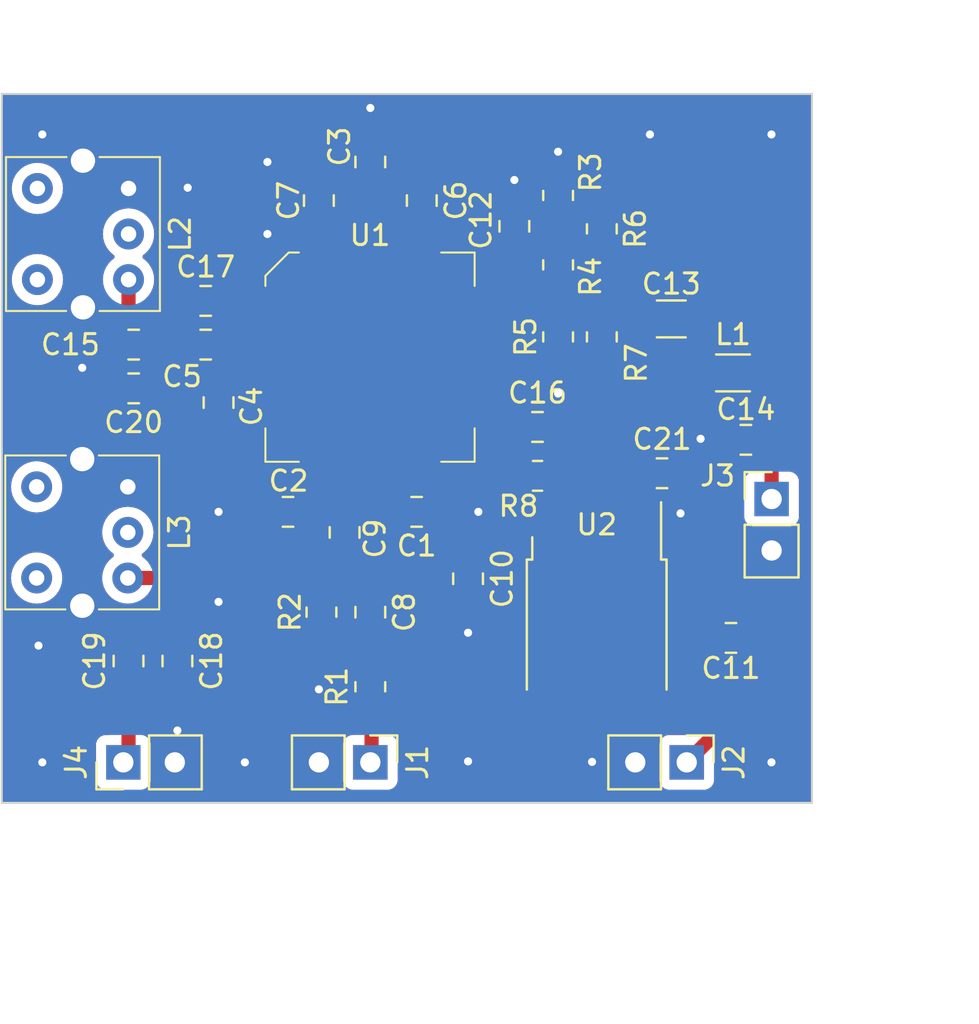
<source format=kicad_pcb>
(kicad_pcb (version 20221018) (generator pcbnew)
  (layers (0 "F.Cu" signal) (31 "B.Cu" signal) (34 "B.Paste" user) (35 "F.Paste" user) (36 "B.SilkS" user "B.Silkscreen") (37 "F.SilkS" user "F.Silkscreen") (38 "B.Mask" user) (39 "F.Mask" user) (44 "Edge.Cuts" user))
  (net 0 "")
  (net 1 "Earth")
  (net 2 "+9V")
  (net 3 "Net-(U1-RFN)")
  (net 4 "Net-(U1-RFP)")
  (net 5 "Net-(C15-Pad2)")
  (net 6 "Net-(U1-AP)")
  (net 7 "Net-(U1-AN)")
  (net 8 "Net-(C8-Pad1)")
  (net 9 "Net-(U1-LOP)")
  (net 10 "Net-(U1-LON)")
  (net 11 "Net-(J2-Pin_1)")
  (net 12 "Net-(U1-COM)")
  (net 13 "Net-(C13-Pad1)")
  (net 14 "Net-(C13-Pad2)")
  (net 15 "Net-(J3-Pin_1)")
  (net 16 "Net-(C15-Pad1)")
  (net 17 "Net-(J1-In)")
  (net 18 "Net-(J4-In)")
  (net 19 "Net-(U1-VFB)")
  (net 20 "Net-(U1-OUT)")
  (net 21 "Net-(U1-BIAS)")
  (net 22 "Net-(C18-Pad1)")
  (footprint "Capacitor_SMD:C_0805_2012Metric" (layer "F.Cu") (at 160.02 106.934 -90)
    (fp_text reference "C10" (at 0 -1.68 90) (layer "F.SilkS"))
    (fp_text value "105")
    (fp_line (start -0.261252 -0.735) (end 0.261252 -0.735) (stroke (width 0.12)) (layer "F.SilkS"))
    (fp_line (start -0.261252 0.735) (end 0.261252 0.735) (stroke (width 0.12)) (layer "F.SilkS"))
    (pad "1" smd roundrect (at -0.95 0 270) (size 1 1.45) (layers "F.Cu" "F.Paste" "F.Mask") (net 2 "+9V"))
    (pad "2" smd roundrect (at 0.95 0 270) (size 1 1.45) (layers "F.Cu" "F.Paste" "F.Mask") (net 1 "Earth"))
  )
  (footprint "Resistor_SMD:R_0805_2012Metric" (layer "F.Cu") (at 166.624 89.662 -90)
    (fp_text reference "R6" (at 0 -1.65 90) (layer "F.SilkS"))
    (fp_text value "472")
    (fp_line (start -0.227064 -0.735) (end 0.227064 -0.735) (stroke (width 0.12)) (layer "F.SilkS"))
    (fp_line (start -0.227064 0.735) (end 0.227064 0.735) (stroke (width 0.12)) (layer "F.SilkS"))
    (pad "1" smd roundrect (at -0.9125 0 270) (size 1.025 1.4) (layers "F.Cu" "F.Paste" "F.Mask") (roundrect_rratio 0.243902439) (net 2 "+9V"))
    (pad "2" smd roundrect (at 0.9125 0 270) (size 1.025 1.4) (layers "F.Cu" "F.Paste" "F.Mask") (roundrect_rratio 0.243902439) (net 12 "Net-(U1-COM)"))
  )
  (footprint "Capacitor_SMD:C_0805_2012Metric" (layer "F.Cu") (at 147.701 98.237 -90)
    (fp_text reference "C4" (at 0.188 -1.6256 90) (layer "F.SilkS"))
    (fp_text value "104")
    (fp_line (start -0.261252 -0.735) (end 0.261252 -0.735) (stroke (width 0.12)) (layer "F.SilkS"))
    (fp_line (start -0.261252 0.735) (end 0.261252 0.735) (stroke (width 0.12)) (layer "F.SilkS"))
    (pad "1" smd roundrect (at -0.95 0 270) (size 1 1.45) (layers "F.Cu" "F.Paste" "F.Mask") (net 3 "Net-(U1-RFN)"))
    (pad "2" smd roundrect (at 0.95 0 270) (size 1 1.45) (layers "F.Cu" "F.Paste" "F.Mask") (net 1 "Earth"))
  )
  (footprint "Capacitor_SMD:C_0805_2012Metric" (layer "F.Cu") (at 152.654 88.265 -90)
    (fp_text reference "C7" (at 0 1.4986 90) (layer "F.SilkS"))
    (fp_text value "104")
    (fp_line (start -0.261252 -0.735) (end 0.261252 -0.735) (stroke (width 0.12)) (layer "F.SilkS"))
    (fp_line (start -0.261252 0.735) (end 0.261252 0.735) (stroke (width 0.12)) (layer "F.SilkS"))
    (pad "1" smd roundrect (at -0.95 0 270) (size 1 1.45) (layers "F.Cu" "F.Paste" "F.Mask") (net 2 "+9V"))
    (pad "2" smd roundrect (at 0.95 0 270) (size 1 1.45) (layers "F.Cu" "F.Paste" "F.Mask") (net 7 "Net-(U1-AN)"))
  )
  (footprint "Capacitor_SMD:C_0805_2012Metric" (layer "F.Cu") (at 157.734 88.265 -90)
    (fp_text reference "C6" (at 0 -1.68 90) (layer "F.SilkS"))
    (fp_text value "104")
    (fp_line (start -0.261252 -0.735) (end 0.261252 -0.735) (stroke (width 0.12)) (layer "F.SilkS"))
    (fp_line (start -0.261252 0.735) (end 0.261252 0.735) (stroke (width 0.12)) (layer "F.SilkS"))
    (pad "1" smd roundrect (at -0.95 0 270) (size 1 1.45) (layers "F.Cu" "F.Paste" "F.Mask") (net 2 "+9V"))
    (pad "2" smd roundrect (at 0.95 0 270) (size 1 1.45) (layers "F.Cu" "F.Paste" "F.Mask") (net 6 "Net-(U1-AP)"))
  )
  (footprint "Resistor_SMD:R_0805_2012Metric" (layer "F.Cu") (at 164.465 94.996 -90)
    (fp_text reference "R5" (at 0 1.6002 90) (layer "F.SilkS"))
    (fp_text value "111")
    (fp_line (start -0.227064 -0.735) (end 0.227064 -0.735) (stroke (width 0.12)) (layer "F.SilkS"))
    (fp_line (start -0.227064 0.735) (end 0.227064 0.735) (stroke (width 0.12)) (layer "F.SilkS"))
    (pad "1" smd roundrect (at -0.9125 0 270) (size 1.025 1.4) (layers "F.Cu" "F.Paste" "F.Mask") (roundrect_rratio 0.243902439) (net 19 "Net-(U1-VFB)"))
    (pad "2" smd roundrect (at 0.9125 0 270) (size 1.025 1.4) (layers "F.Cu" "F.Paste" "F.Mask") (roundrect_rratio 0.243902439) (net 20 "Net-(U1-OUT)"))
  )
  (footprint "Capacitor_SMD:C_0805_2012Metric" (layer "F.Cu") (at 151.13 103.632)
    (fp_text reference "C2" (at 0.0254 -1.524) (layer "F.SilkS"))
    (fp_text value "104")
    (fp_line (start -0.261252 -0.735) (end 0.261252 -0.735) (stroke (width 0.12)) (layer "F.SilkS"))
    (fp_line (start -0.261252 0.735) (end 0.261252 0.735) (stroke (width 0.12)) (layer "F.SilkS"))
    (pad "1" smd roundrect (at -0.95 0) (size 1 1.45) (layers "F.Cu" "F.Paste" "F.Mask") (net 1 "Earth"))
    (pad "2" smd roundrect (at 0.95 0) (size 1 1.45) (layers "F.Cu" "F.Paste" "F.Mask") (net 2 "+9V"))
  )
  (footprint "Inductor_SMD:L_1206_3216Metric" (layer "F.Cu") (at 173.101 96.774)
    (fp_text reference "L1" (at 0 -1.9) (layer "F.SilkS"))
    (fp_text value "L_Ferrite")
    (fp_line (start -0.835242 -0.91) (end 0.835242 -0.91) (stroke (width 0.12)) (layer "F.SilkS"))
    (fp_line (start -0.835242 0.91) (end 0.835242 0.91) (stroke (width 0.12)) (layer "F.SilkS"))
    (pad "1" smd roundrect (at -1.575 0) (size 1.05 1.9) (layers "F.Cu" "F.Paste" "F.Mask") (roundrect_rratio 0.2380952381) (net 13 "Net-(C13-Pad1)"))
    (pad "2" smd roundrect (at 1.575 0) (size 1.05 1.9) (layers "F.Cu" "F.Paste" "F.Mask") (roundrect_rratio 0.2380952381) (net 15 "Net-(J3-Pin_1)"))
  )
  (footprint "Package_TO_SOT_SMD:TO-252-2" (layer "F.Cu") (at 166.37 109.298 -90)
    (fp_text reference "U2" (at -5.031 0 -180) (layer "F.SilkS"))
    (fp_text value "LM78M05_TO252")
    (fp_line (start -3.31 -3.45) (end -3.31 -3.18) (stroke (width 0.12)) (layer "F.SilkS"))
    (fp_line (start -3.31 -3.18) (end -6.14 -3.18) (stroke (width 0.12)) (layer "F.SilkS"))
    (fp_line (start -3.31 3.18) (end -4.41 3.18) (stroke (width 0.12)) (layer "F.SilkS"))
    (fp_line (start -3.31 3.45) (end -3.31 3.18) (stroke (width 0.12)) (layer "F.SilkS"))
    (fp_line (start 3.11 -3.45) (end -3.31 -3.45) (stroke (width 0.12)) (layer "F.SilkS"))
    (fp_line (start 3.11 3.45) (end -3.31 3.45) (stroke (width 0.12)) (layer "F.SilkS"))
    (pad "1" smd roundrect (at -5.04 -2.28 270) (size 2.2 1.2) (layers "F.Cu" "F.Paste" "F.Mask") (roundrect_rratio 0.2083333333) (net 11 "Net-(J2-Pin_1)"))
    (pad "2" smd roundrect (at -0.415 -1.525 270) (size 3.05 2.75) (layers "F.Cu" "F.Paste") (roundrect_rratio 0.09090909091) (net 1 "Earth"))
    (pad "2" smd roundrect (at -0.415 1.525 270) (size 3.05 2.75) (layers "F.Cu" "F.Paste") (roundrect_rratio 0.09090909091) (net 1 "Earth"))
    (pad "2" smd roundrect (at 1.26 0 270) (size 6.4 5.8) (layers "F.Cu" "F.Mask") (roundrect_rratio 0.04310293103) (net 1 "Earth"))
    (pad "2" smd roundrect (at 2.935 -1.525 270) (size 3.05 2.75) (layers "F.Cu" "F.Paste") (roundrect_rratio 0.09090909091) (net 1 "Earth"))
    (pad "2" smd roundrect (at 2.935 1.525 270) (size 3.05 2.75) (layers "F.Cu" "F.Paste") (roundrect_rratio 0.09090909091) (net 1 "Earth"))
    (pad "3" smd roundrect (at -5.04 2.28 270) (size 2.2 1.2) (layers "F.Cu" "F.Paste" "F.Mask") (roundrect_rratio 0.2083333333) (net 2 "+9V"))
  )
  (footprint "Connector_PinHeader_2.54mm:PinHeader_1x02_P2.54mm_Vertical" (layer "F.Cu") (at 175.006 103)
    (fp_text reference "J3" (at -2.667 -1.146) (layer "F.SilkS"))
    (fp_text value "Conn_01x02")
    (fp_line (start -1.33 -1.33) (end 0 -1.33) (stroke (width 0.12)) (layer "F.SilkS"))
    (fp_line (start -1.33 0) (end -1.33 -1.33) (stroke (width 0.12)) (layer "F.SilkS"))
    (fp_line (start -1.33 1.27) (end -1.33 3.87) (stroke (width 0.12)) (layer "F.SilkS"))
    (fp_line (start -1.33 1.27) (end 1.33 1.27) (stroke (width 0.12)) (layer "F.SilkS"))
    (fp_line (start -1.33 3.87) (end 1.33 3.87) (stroke (width 0.12)) (layer "F.SilkS"))
    (fp_line (start 1.33 1.27) (end 1.33 3.87) (stroke (width 0.12)) (layer "F.SilkS"))
    (pad "1" thru_hole rect (at 0 0) (size 1.7 1.7) (drill 1) (layers "*.Cu" "*.Mask") (net 15 "Net-(J3-Pin_1)"))
    (pad "2" thru_hole oval (at 0 2.54) (size 1.7 1.7) (drill 1) (layers "*.Cu" "*.Mask") (net 1 "Earth"))
  )
  (footprint "Connector_PinHeader_2.54mm:PinHeader_1x02_P2.54mm_Vertical" (layer "F.Cu") (at 143 116 90)
    (fp_text reference "J4" (at 0 -2.33 90) (layer "F.SilkS"))
    (fp_text value "Conn_Coaxial")
    (fp_line (start -1.33 -1.33) (end 0 -1.33) (stroke (width 0.12)) (layer "F.SilkS"))
    (fp_line (start -1.33 0) (end -1.33 -1.33) (stroke (width 0.12)) (layer "F.SilkS"))
    (fp_line (start -1.33 1.27) (end -1.33 3.87) (stroke (width 0.12)) (layer "F.SilkS"))
    (fp_line (start -1.33 1.27) (end 1.33 1.27) (stroke (width 0.12)) (layer "F.SilkS"))
    (fp_line (start -1.33 3.87) (end 1.33 3.87) (stroke (width 0.12)) (layer "F.SilkS"))
    (fp_line (start 1.33 1.27) (end 1.33 3.87) (stroke (width 0.12)) (layer "F.SilkS"))
    (pad "1" thru_hole rect (at 0 0 90) (size 1.7 1.7) (drill 1) (layers "*.Cu" "*.Mask") (net 18 "Net-(J4-In)"))
    (pad "2" thru_hole oval (at 0 2.54 90) (size 1.7 1.7) (drill 1) (layers "*.Cu" "*.Mask") (net 1 "Earth"))
  )
  (footprint "Capacitor_SMD:C_0805_2012Metric" (layer "F.Cu") (at 145.669 110.998 -90)
    (fp_text reference "C18" (at 0 -1.68 90) (layer "F.SilkS"))
    (fp_text value "820")
    (fp_line (start -0.261252 -0.735) (end 0.261252 -0.735) (stroke (width 0.12)) (layer "F.SilkS"))
    (fp_line (start -0.261252 0.735) (end 0.261252 0.735) (stroke (width 0.12)) (layer "F.SilkS"))
    (pad "1" smd roundrect (at -0.95 0 270) (size 1 1.45) (layers "F.Cu" "F.Paste" "F.Mask") (net 22 "Net-(C18-Pad1)"))
    (pad "2" smd roundrect (at 0.95 0 270) (size 1 1.45) (layers "F.Cu" "F.Paste" "F.Mask") (net 18 "Net-(J4-In)"))
  )
  (footprint "PhilsFootprintLibrary:L_Coilcraft_Slot7_15" (layer "F.Cu") (at 141.006 89.916 -90)
    (fp_text reference "L2" (at 0 -4.8 90) (layer "F.SilkS"))
    (fp_text value "L_Core_Ferrite_Coupled_12345")
    (fp_line (start -3.8 -3.8) (end 3.8 -3.8) (stroke (width 0.1)) (layer "F.SilkS"))
    (fp_line (start -3.8 -0.82) (end -3.8 -3.8) (stroke (width 0.1)) (layer "F.SilkS"))
    (fp_line (start -3.8 3.8) (end -3.8 0.81) (stroke (width 0.1)) (layer "F.SilkS"))
    (fp_line (start 3.8 -3.8) (end 3.8 -0.82) (stroke (width 0.1)) (layer "F.SilkS"))
    (fp_line (start 3.8 0.83) (end 3.8 3.8) (stroke (width 0.1)) (layer "F.SilkS"))
    (fp_line (start 3.8 3.8) (end -3.8 3.8) (stroke (width 0.1)) (layer "F.SilkS"))
    (pad "1" thru_hole circle (at 2.25 -2.25 270) (size 1.524 1.524) (drill 0.762) (layers "*.Cu" "*.Mask") (net 16 "Net-(C15-Pad1)"))
    (pad "2" thru_hole circle (at 0 -2.25 270) (size 1.524 1.524) (drill 0.762) (layers "*.Cu" "*.Mask"))
    (pad "3" thru_hole circle (at -2.25 -2.25 270) (size 1.524 1.524) (drill 0.762) (layers "*.Cu" "*.Mask") (net 1 "Earth"))
    (pad "4" thru_hole circle (at -2.25 2.25 270) (size 1.524 1.524) (drill 0.762) (layers "*.Cu" "*.Mask"))
    (pad "5" thru_hole circle (at 2.25 2.25 270) (size 1.524 1.524) (drill 0.762) (layers "*.Cu" "*.Mask"))
    (pad "MP" thru_hole circle (at -3.62 0 270) (size 1.524 1.524) (drill 1.2) (layers "*.Cu" "*.Mask") (net 1 "Earth"))
    (pad "MP" thru_hole circle (at 3.62 0 270) (size 1.524 1.524) (drill 1.2) (layers "*.Cu" "*.Mask") (net 1 "Earth"))
  )
  (footprint "Capacitor_SMD:C_0805_2012Metric" (layer "F.Cu") (at 155.194 108.585 90)
    (fp_text reference "C8" (at 0 1.6764 90) (layer "F.SilkS"))
    (fp_text value "104")
    (fp_line (start -0.261252 -0.735) (end 0.261252 -0.735) (stroke (width 0.12)) (layer "F.SilkS"))
    (fp_line (start -0.261252 0.735) (end 0.261252 0.735) (stroke (width 0.12)) (layer "F.SilkS"))
    (pad "1" smd roundrect (at -0.95 0 90) (size 1 1.45) (layers "F.Cu" "F.Paste" "F.Mask") (net 8 "Net-(C8-Pad1)"))
    (pad "2" smd roundrect (at 0.95 0 90) (size 1 1.45) (layers "F.Cu" "F.Paste" "F.Mask") (net 9 "Net-(U1-LOP)"))
  )
  (footprint "Connector_PinHeader_2.54mm:PinHeader_1x02_P2.54mm_Vertical" (layer "F.Cu") (at 170.815 116 -90)
    (fp_text reference "J2" (at 0 -2.33 90) (layer "F.SilkS"))
    (fp_text value "Conn_01x02")
    (fp_line (start -1.33 -1.33) (end 0 -1.33) (stroke (width 0.12)) (layer "F.SilkS"))
    (fp_line (start -1.33 0) (end -1.33 -1.33) (stroke (width 0.12)) (layer "F.SilkS"))
    (fp_line (start -1.33 1.27) (end -1.33 3.87) (stroke (width 0.12)) (layer "F.SilkS"))
    (fp_line (start -1.33 1.27) (end 1.33 1.27) (stroke (width 0.12)) (layer "F.SilkS"))
    (fp_line (start -1.33 3.87) (end 1.33 3.87) (stroke (width 0.12)) (layer "F.SilkS"))
    (fp_line (start 1.33 1.27) (end 1.33 3.87) (stroke (width 0.12)) (layer "F.SilkS"))
    (pad "1" thru_hole rect (at 0 0 270) (size 1.7 1.7) (drill 1) (layers "*.Cu" "*.Mask") (net 11 "Net-(J2-Pin_1)"))
    (pad "2" thru_hole oval (at 0 2.54 270) (size 1.7 1.7) (drill 1) (layers "*.Cu" "*.Mask") (net 1 "Earth"))
  )
  (footprint "Package_LCC:PLCC-20" (layer "F.Cu") (at 155.179 95.994)
    (fp_text reference "U1" (at 0 -6.015) (layer "F.SilkS"))
    (fp_text value "AD831AP")
    (fp_line (start -5.165 -4.015) (end -5.165 -3.515) (stroke (width 0.1)) (layer "F.SilkS"))
    (fp_line (start -5.165 5.165) (end -5.165 3.515) (stroke (width 0.1)) (layer "F.SilkS"))
    (fp_line (start -4.015 -5.165) (end -5.165 -4.015) (stroke (width 0.1)) (layer "F.SilkS"))
    (fp_line (start -3.515 -5.165) (end -4.015 -5.165) (stroke (width 0.1)) (layer "F.SilkS"))
    (fp_line (start -3.515 5.165) (end -5.165 5.165) (stroke (width 0.1)) (layer "F.SilkS"))
    (fp_line (start 3.515 -5.165) (end 5.165 -5.165) (stroke (width 0.1)) (layer "F.SilkS"))
    (fp_line (start 3.515 5.165) (end 5.165 5.165) (stroke (width 0.1)) (layer "F.SilkS"))
    (fp_line (start 5.165 -5.165) (end 5.165 -3.515) (stroke (width 0.1)) (layer "F.SilkS"))
    (fp_line (start 5.165 5.165) (end 5.165 3.515) (stroke (width 0.1)) (layer "F.SilkS"))
    (pad "1" smd rect (at 0 -4.0525) (size 0.7 1.925) (layers "F.Cu" "F.Paste" "F.Mask") (net 2 "+9V"))
    (pad "2" smd rect (at -1.27 -4.0525) (size 0.7 1.925) (layers "F.Cu" "F.Paste" "F.Mask") (net 7 "Net-(U1-AN)"))
    (pad "3" smd rect (at -2.54 -4.0525) (size 0.7 1.925) (layers "F.Cu" "F.Paste" "F.Mask") (net 7 "Net-(U1-AN)"))
    (pad "4" smd rect (at -4.0525 -2.54) (size 1.925 0.7) (layers "F.Cu" "F.Paste" "F.Mask") (net 1 "Earth"))
    (pad "5" smd rect (at -4.0525 -1.27) (size 1.925 0.7) (layers "F.Cu" "F.Paste" "F.Mask") (net 1 "Earth"))
    (pad "6" smd rect (at -4.0525 0) (size 1.925 0.7) (layers "F.Cu" "F.Paste" "F.Mask") (net 4 "Net-(U1-RFP)"))
    (pad "7" smd rect (at -4.0525 1.27) (size 1.925 0.7) (layers "F.Cu" "F.Paste" "F.Mask") (net 3 "Net-(U1-RFN)"))
    (pad "8" smd rect (at -4.0525 2.54) (size 1.925 0.7) (layers "F.Cu" "F.Paste" "F.Mask") (net 1 "Earth"))
    (pad "9" smd rect (at -2.54 4.0525) (size 0.7 1.925) (layers "F.Cu" "F.Paste" "F.Mask") (net 2 "+9V"))
    (pad "10" smd rect (at -1.27 4.0525) (size 0.7 1.925) (layers "F.Cu" "F.Paste" "F.Mask") (net 10 "Net-(U1-LON)"))
    (pad "11" smd rect (at 0 4.0525) (size 0.7 1.925) (layers "F.Cu" "F.Paste" "F.Mask") (net 9 "Net-(U1-LOP)"))
    (pad "12" smd rect (at 1.27 4.0525) (size 0.7 1.925) (layers "F.Cu" "F.Paste" "F.Mask") (net 2 "+9V"))
    (pad "13" smd rect (at 2.54 4.0525) (size 0.7 1.925) (layers "F.Cu" "F.Paste" "F.Mask") (net 1 "Earth"))
    (pad "14" smd rect (at 4.0525 2.54) (size 1.925 0.7) (layers "F.Cu" "F.Paste" "F.Mask") (net 21 "Net-(U1-BIAS)"))
    (pad "15" smd rect (at 4.0525 1.27) (size 1.925 0.7) (layers "F.Cu" "F.Paste" "F.Mask") (net 1 "Earth"))
    (pad "16" smd rect (at 4.0525 0) (size 1.925 0.7) (layers "F.Cu" "F.Paste" "F.Mask") (net 20 "Net-(U1-OUT)"))
    (pad "17" smd rect (at 4.0525 -1.27) (size 1.925 0.7) (layers "F.Cu" "F.Paste" "F.Mask") (net 19 "Net-(U1-VFB)"))
    (pad "18" smd rect (at 4.0525 -2.54) (size 1.925 0.7) (layers "F.Cu" "F.Paste" "F.Mask") (net 12 "Net-(U1-COM)"))
    (pad "19" smd rect (at 2.54 -4.0525) (size 0.7 1.925) (layers "F.Cu" "F.Paste" "F.Mask") (net 6 "Net-(U1-AP)"))
    (pad "20" smd rect (at 1.27 -4.0525) (size 0.7 1.925) (layers "F.Cu" "F.Paste" "F.Mask") (net 6 "Net-(U1-AP)"))
  )
  (footprint "Capacitor_SMD:C_0805_2012Metric" (layer "F.Cu") (at 153.924 104.648 -90)
    (fp_text reference "C9" (at 0.3048 -1.4986 90) (layer "F.SilkS"))
    (fp_text value "104")
    (fp_line (start -0.261252 -0.735) (end 0.261252 -0.735) (stroke (width 0.12)) (layer "F.SilkS"))
    (fp_line (start -0.261252 0.735) (end 0.261252 0.735) (stroke (width 0.12)) (layer "F.SilkS"))
    (pad "1" smd roundrect (at -0.95 0 270) (size 1 1.45) (layers "F.Cu" "F.Paste" "F.Mask") (net 10 "Net-(U1-LON)"))
    (pad "2" smd roundrect (at 0.95 0 270) (size 1 1.45) (layers "F.Cu" "F.Paste" "F.Mask") (net 1 "Earth"))
  )
  (footprint "Capacitor_SMD:C_0805_2012Metric" (layer "F.Cu") (at 143.51 95.377)
    (fp_text reference "C15" (at -3.1242 0) (layer "F.SilkS"))
    (fp_text value "820")
    (fp_line (start -0.261252 -0.735) (end 0.261252 -0.735) (stroke (width 0.12)) (layer "F.SilkS"))
    (fp_line (start -0.261252 0.735) (end 0.261252 0.735) (stroke (width 0.12)) (layer "F.SilkS"))
    (pad "1" smd roundrect (at -0.95 0) (size 1 1.45) (layers "F.Cu" "F.Paste" "F.Mask") (net 16 "Net-(C15-Pad1)"))
    (pad "2" smd roundrect (at 0.95 0) (size 1 1.45) (layers "F.Cu" "F.Paste" "F.Mask") (net 5 "Net-(C15-Pad2)"))
  )
  (footprint "Resistor_SMD:R_0805_2012Metric" (layer "F.Cu") (at 155.194 112.268 90)
    (fp_text reference "R1" (at 0 -1.65 90) (layer "F.SilkS"))
    (fp_text value "221")
    (fp_line (start -0.227064 -0.735) (end 0.227064 -0.735) (stroke (width 0.12)) (layer "F.SilkS"))
    (fp_line (start -0.227064 0.735) (end 0.227064 0.735) (stroke (width 0.12)) (layer "F.SilkS"))
    (pad "1" smd roundrect (at -0.9125 0 90) (size 1.025 1.4) (layers "F.Cu" "F.Paste" "F.Mask") (roundrect_rratio 0.243902439) (net 17 "Net-(J1-In)"))
    (pad "2" smd roundrect (at 0.9125 0 90) (size 1.025 1.4) (layers "F.Cu" "F.Paste" "F.Mask") (roundrect_rratio 0.243902439) (net 8 "Net-(C8-Pad1)"))
  )
  (footprint "Capacitor_SMD:C_0805_2012Metric" (layer "F.Cu") (at 172.9994 109.855)
    (fp_text reference "C11" (at 0 1.4986) (layer "F.SilkS"))
    (fp_text value "104")
    (fp_line (start -0.261252 -0.735) (end 0.261252 -0.735) (stroke (width 0.12)) (layer "F.SilkS"))
    (fp_line (start -0.261252 0.735) (end 0.261252 0.735) (stroke (width 0.12)) (layer "F.SilkS"))
    (pad "1" smd roundrect (at -0.95 0) (size 1 1.45) (layers "F.Cu" "F.Paste" "F.Mask") (net 11 "Net-(J2-Pin_1)"))
    (pad "2" smd roundrect (at 0.95 0) (size 1 1.45) (layers "F.Cu" "F.Paste" "F.Mask") (net 1 "Earth"))
  )
  (footprint "Capacitor_SMD:C_0805_2012Metric" (layer "F.Cu") (at 157.48 103.632 180)
    (fp_text reference "C1" (at 0 -1.68) (layer "F.SilkS"))
    (fp_text value "104")
    (fp_line (start -0.261252 -0.735) (end 0.261252 -0.735) (stroke (width 0.12)) (layer "F.SilkS"))
    (fp_line (start -0.261252 0.735) (end 0.261252 0.735) (stroke (width 0.12)) (layer "F.SilkS"))
    (pad "1" smd roundrect (at -0.95 0 180) (size 1 1.45) (layers "F.Cu" "F.Paste" "F.Mask") (net 1 "Earth"))
    (pad "2" smd roundrect (at 0.95 0 180) (size 1 1.45) (layers "F.Cu" "F.Paste" "F.Mask") (net 2 "+9V"))
  )
  (footprint "Capacitor_SMD:C_0805_2012Metric" (layer "F.Cu") (at 169.5958 101.727)
    (fp_text reference "C21" (at 0 -1.68) (layer "F.SilkS"))
    (fp_text value "105")
    (fp_line (start -0.261252 -0.735) (end 0.261252 -0.735) (stroke (width 0.12)) (layer "F.SilkS"))
    (fp_line (start -0.261252 0.735) (end 0.261252 0.735) (stroke (width 0.12)) (layer "F.SilkS"))
    (pad "1" smd roundrect (at -0.95 0) (size 1 1.45) (layers "F.Cu" "F.Paste" "F.Mask") (net 11 "Net-(J2-Pin_1)"))
    (pad "2" smd roundrect (at 0.95 0) (size 1 1.45) (layers "F.Cu" "F.Paste" "F.Mask") (net 1 "Earth"))
  )
  (footprint "Resistor_SMD:R_0805_2012Metric" (layer "F.Cu") (at 152.781 108.585 -90)
    (fp_text reference "R2" (at 0 1.5494 90) (layer "F.SilkS"))
    (fp_text value "510")
    (fp_line (start -0.227064 -0.735) (end 0.227064 -0.735) (stroke (width 0.12)) (layer "F.SilkS"))
    (fp_line (start -0.227064 0.735) (end 0.227064 0.735) (stroke (width 0.12)) (layer "F.SilkS"))
    (pad "1" smd roundrect (at -0.9125 0 270) (size 1.025 1.4) (layers "F.Cu" "F.Paste" "F.Mask") (roundrect_rratio 0.243902439) (net 1 "Earth"))
    (pad "2" smd roundrect (at 0.9125 0 270) (size 1.025 1.4) (layers "F.Cu" "F.Paste" "F.Mask") (roundrect_rratio 0.243902439) (net 8 "Net-(C8-Pad1)"))
  )
  (footprint "Capacitor_SMD:C_0805_2012Metric" (layer "F.Cu") (at 162.306 89.535 90)
    (fp_text reference "C12" (at 0.3048 -1.651 90) (layer "F.SilkS"))
    (fp_text value "104")
    (fp_line (start -0.261252 -0.735) (end 0.261252 -0.735) (stroke (width 0.12)) (layer "F.SilkS"))
    (fp_line (start -0.261252 0.735) (end 0.261252 0.735) (stroke (width 0.12)) (layer "F.SilkS"))
    (pad "1" smd roundrect (at -0.95 0 90) (size 1 1.45) (layers "F.Cu" "F.Paste" "F.Mask") (net 12 "Net-(U1-COM)"))
    (pad "2" smd roundrect (at 0.95 0 90) (size 1 1.45) (layers "F.Cu" "F.Paste" "F.Mask") (net 1 "Earth"))
  )
  (footprint "Resistor_SMD:R_0805_2012Metric" (layer "F.Cu") (at 164.465 91.44 -90)
    (fp_text reference "R4" (at 0.5842 -1.6002 90) (layer "F.SilkS"))
    (fp_text value "51R")
    (fp_line (start -0.227064 -0.735) (end 0.227064 -0.735) (stroke (width 0.12)) (layer "F.SilkS"))
    (fp_line (start -0.227064 0.735) (end 0.227064 0.735) (stroke (width 0.12)) (layer "F.SilkS"))
    (pad "1" smd roundrect (at -0.9125 0 270) (size 1.025 1.4) (layers "F.Cu" "F.Paste" "F.Mask") (roundrect_rratio 0.243902439) (net 12 "Net-(U1-COM)"))
    (pad "2" smd roundrect (at 0.9125 0 270) (size 1.025 1.4) (layers "F.Cu" "F.Paste" "F.Mask") (roundrect_rratio 0.243902439) (net 19 "Net-(U1-VFB)"))
  )
  (footprint "Connector_PinHeader_2.54mm:PinHeader_1x02_P2.54mm_Vertical" (layer "F.Cu") (at 155.194 116 -90)
    (fp_text reference "J1" (at 0 -2.33 90) (layer "F.SilkS"))
    (fp_text value "Conn_Coaxial")
    (fp_line (start -1.33 -1.33) (end 0 -1.33) (stroke (width 0.12)) (layer "F.SilkS"))
    (fp_line (start -1.33 0) (end -1.33 -1.33) (stroke (width 0.12)) (layer "F.SilkS"))
    (fp_line (start -1.33 1.27) (end -1.33 3.87) (stroke (width 0.12)) (layer "F.SilkS"))
    (fp_line (start -1.33 1.27) (end 1.33 1.27) (stroke (width 0.12)) (layer "F.SilkS"))
    (fp_line (start -1.33 3.87) (end 1.33 3.87) (stroke (width 0.12)) (layer "F.SilkS"))
    (fp_line (start 1.33 1.27) (end 1.33 3.87) (stroke (width 0.12)) (layer "F.SilkS"))
    (pad "1" thru_hole rect (at 0 0 270) (size 1.7 1.7) (drill 1) (layers "*.Cu" "*.Mask") (net 17 "Net-(J1-In)"))
    (pad "2" thru_hole oval (at 0 2.54 270) (size 1.7 1.7) (drill 1) (layers "*.Cu" "*.Mask") (net 1 "Earth"))
  )
  (footprint "Capacitor_SMD:C_0805_2012Metric" (layer "F.Cu") (at 143.256 110.998 90)
    (fp_text reference "C19" (at 0 -1.68 90) (layer "F.SilkS"))
    (fp_text value "751")
    (fp_line (start -0.261252 -0.735) (end 0.261252 -0.735) (stroke (width 0.12)) (layer "F.SilkS"))
    (fp_line (start -0.261252 0.735) (end 0.261252 0.735) (stroke (width 0.12)) (layer "F.SilkS"))
    (pad "1" smd roundrect (at -0.95 0 90) (size 1 1.45) (layers "F.Cu" "F.Paste" "F.Mask") (net 18 "Net-(J4-In)"))
    (pad "2" smd roundrect (at 0.95 0 90) (size 1 1.45) (layers "F.Cu" "F.Paste" "F.Mask") (net 1 "Earth"))
  )
  (footprint "Capacitor_SMD:C_0805_2012Metric" (layer "F.Cu") (at 147.066 95.377 180)
    (fp_text reference "C5" (at 1.1684 -1.5748) (layer "F.SilkS"))
    (fp_text value "104")
    (fp_line (start -0.261252 -0.735) (end 0.261252 -0.735) (stroke (width 0.12)) (layer "F.SilkS"))
    (fp_line (start -0.261252 0.735) (end 0.261252 0.735) (stroke (width 0.12)) (layer "F.SilkS"))
    (pad "1" smd roundrect (at -0.95 0 180) (size 1 1.45) (layers "F.Cu" "F.Paste" "F.Mask") (net 4 "Net-(U1-RFP)"))
    (pad "2" smd roundrect (at 0.95 0 180) (size 1 1.45) (layers "F.Cu" "F.Paste" "F.Mask") (net 5 "Net-(C15-Pad2)"))
  )
  (footprint "Resistor_SMD:R_0805_2012Metric" (layer "F.Cu") (at 164.465 88.011 -90)
    (fp_text reference "R3" (at -1.143 -1.6002 90) (layer "F.SilkS"))
    (fp_text value "472")
    (fp_line (start -0.227064 -0.735) (end 0.227064 -0.735) (stroke (width 0.12)) (layer "F.SilkS"))
    (fp_line (start -0.227064 0.735) (end 0.227064 0.735) (stroke (width 0.12)) (layer "F.SilkS"))
    (pad "1" smd roundrect (at -0.9125 0 270) (size 1.025 1.4) (layers "F.Cu" "F.Paste" "F.Mask") (roundrect_rratio 0.243902439) (net 1 "Earth"))
    (pad "2" smd roundrect (at 0.9125 0 270) (size 1.025 1.4) (layers "F.Cu" "F.Paste" "F.Mask") (roundrect_rratio 0.243902439) (net 12 "Net-(U1-COM)"))
  )
  (footprint "PhilsFootprintLibrary:L_Coilcraft_Slot7_15" (layer "F.Cu") (at 140.97 104.648 -90)
    (fp_text reference "L3" (at 0 -4.8 90) (layer "F.SilkS"))
    (fp_text value "L_Core_Ferrite_Coupled_12345")
    (fp_line (start -3.8 -3.8) (end 3.8 -3.8) (stroke (width 0.1)) (layer "F.SilkS"))
    (fp_line (start -3.8 -0.82) (end -3.8 -3.8) (stroke (width 0.1)) (layer "F.SilkS"))
    (fp_line (start -3.8 3.8) (end -3.8 0.81) (stroke (width 0.1)) (layer "F.SilkS"))
    (fp_line (start 3.8 -3.8) (end 3.8 -0.82) (stroke (width 0.1)) (layer "F.SilkS"))
    (fp_line (start 3.8 0.83) (end 3.8 3.8) (stroke (width 0.1)) (layer "F.SilkS"))
    (fp_line (start 3.8 3.8) (end -3.8 3.8) (stroke (width 0.1)) (layer "F.SilkS"))
    (pad "1" thru_hole circle (at 2.25 -2.25 270) (size 1.524 1.524) (drill 0.762) (layers "*.Cu" "*.Mask") (net 22 "Net-(C18-Pad1)"))
    (pad "2" thru_hole circle (at 0 -2.25 270) (size 1.524 1.524) (drill 0.762) (layers "*.Cu" "*.Mask"))
    (pad "3" thru_hole circle (at -2.25 -2.25 270) (size 1.524 1.524) (drill 0.762) (layers "*.Cu" "*.Mask") (net 1 "Earth"))
    (pad "4" thru_hole circle (at -2.25 2.25 270) (size 1.524 1.524) (drill 0.762) (layers "*.Cu" "*.Mask"))
    (pad "5" thru_hole circle (at 2.25 2.25 270) (size 1.524 1.524) (drill 0.762) (layers "*.Cu" "*.Mask"))
    (pad "MP" thru_hole circle (at -3.62 0 270) (size 1.524 1.524) (drill 1.2) (layers "*.Cu" "*.Mask") (net 1 "Earth"))
    (pad "MP" thru_hole circle (at 3.62 0 270) (size 1.524 1.524) (drill 1.2) (layers "*.Cu" "*.Mask") (net 1 "Earth"))
  )
  (footprint "Capacitor_SMD:C_1206_3216Metric" (layer "F.Cu") (at 170.053 94.107 180)
    (fp_text reference "C13" (at 0 1.7272 180) (layer "F.SilkS"))
    (fp_text value "104")
    (fp_line (start -0.711252 -0.91) (end 0.711252 -0.91) (stroke (width 0.12)) (layer "F.SilkS"))
    (fp_line (start -0.711252 0.91) (end 0.711252 0.91) (stroke (width 0.12)) (layer "F.SilkS"))
    (pad "1" smd roundrect (at -1.475 0 180) (size 1.15 1.8) (layers "F.Cu" "F.Paste" "F.Mask") (roundrect_rratio 0.2173913043) (net 13 "Net-(C13-Pad1)"))
    (pad "2" smd roundrect (at 1.475 0 180) (size 1.15 1.8) (layers "F.Cu" "F.Paste" "F.Mask") (roundrect_rratio 0.2173913043) (net 14 "Net-(C13-Pad2)"))
  )
  (footprint "Capacitor_SMD:C_0805_2012Metric" (layer "F.Cu") (at 143.51 97.536 180)
    (fp_text reference "C20" (at 0 -1.68) (layer "F.SilkS"))
    (fp_text value "7.5p")
    (fp_line (start -0.261252 -0.735) (end 0.261252 -0.735) (stroke (width 0.12)) (layer "F.SilkS"))
    (fp_line (start -0.261252 0.735) (end 0.261252 0.735) (stroke (width 0.12)) (layer "F.SilkS"))
    (pad "1" smd roundrect (at -0.95 0 180) (size 1 1.45) (layers "F.Cu" "F.Paste" "F.Mask") (net 22 "Net-(C18-Pad1)"))
    (pad "2" smd roundrect (at 0.95 0 180) (size 1 1.45) (layers "F.Cu" "F.Paste" "F.Mask") (net 16 "Net-(C15-Pad1)"))
  )
  (footprint "Capacitor_SMD:C_0805_2012Metric" (layer "F.Cu") (at 147.066 93.218)
    (fp_text reference "C17" (at 0 -1.68) (layer "F.SilkS"))
    (fp_text value "751")
    (fp_line (start -0.261252 -0.735) (end 0.261252 -0.735) (stroke (width 0.12)) (layer "F.SilkS"))
    (fp_line (start -0.261252 0.735) (end 0.261252 0.735) (stroke (width 0.12)) (layer "F.SilkS"))
    (pad "1" smd roundrect (at -0.95 0) (size 1 1.45) (layers "F.Cu" "F.Paste" "F.Mask") (net 5 "Net-(C15-Pad2)"))
    (pad "2" smd roundrect (at 0.95 0) (size 1 1.45) (layers "F.Cu" "F.Paste" "F.Mask") (net 1 "Earth"))
  )
  (footprint "Capacitor_SMD:C_0805_2012Metric" (layer "F.Cu") (at 163.449 99.441)
    (fp_text reference "C16" (at 0 -1.68) (layer "F.SilkS"))
    (fp_text value "104")
    (fp_line (start -0.261252 -0.735) (end 0.261252 -0.735) (stroke (width 0.12)) (layer "F.SilkS"))
    (fp_line (start -0.261252 0.735) (end 0.261252 0.735) (stroke (width 0.12)) (layer "F.SilkS"))
    (pad "1" smd roundrect (at -0.95 0) (size 1 1.45) (layers "F.Cu" "F.Paste" "F.Mask") (net 21 "Net-(U1-BIAS)"))
    (pad "2" smd roundrect (at 0.95 0) (size 1 1.45) (layers "F.Cu" "F.Paste" "F.Mask") (net 1 "Earth"))
  )
  (footprint "Capacitor_SMD:C_0805_2012Metric" (layer "F.Cu") (at 155.194 86.36 -90)
    (fp_text reference "C3" (at -0.762 1.524 90) (layer "F.SilkS"))
    (fp_text value "104")
    (fp_line (start -0.261252 -0.735) (end 0.261252 -0.735) (stroke (width 0.12)) (layer "F.SilkS"))
    (fp_line (start -0.261252 0.735) (end 0.261252 0.735) (stroke (width 0.12)) (layer "F.SilkS"))
    (pad "1" smd roundrect (at -0.95 0 270) (size 1 1.45) (layers "F.Cu" "F.Paste" "F.Mask") (net 1 "Earth"))
    (pad "2" smd roundrect (at 0.95 0 270) (size 1 1.45) (layers "F.Cu" "F.Paste" "F.Mask") (net 2 "+9V"))
  )
  (footprint "Resistor_SMD:R_0805_2012Metric" (layer "F.Cu") (at 166.624 94.996 -90)
    (fp_text reference "R7" (at 1.2954 -1.7018 -270) (layer "F.SilkS"))
    (fp_text value "102")
    (fp_line (start -0.227064 -0.735) (end 0.227064 -0.735) (stroke (width 0.12)) (layer "F.SilkS"))
    (fp_line (start -0.227064 0.735) (end 0.227064 0.735) (stroke (width 0.12)) (layer "F.SilkS"))
    (pad "1" smd roundrect (at -0.9125 0 270) (size 1.025 1.4) (layers "F.Cu" "F.Paste" "F.Mask") (roundrect_rratio 0.243902439) (net 14 "Net-(C13-Pad2)"))
    (pad "2" smd roundrect (at 0.9125 0 270) (size 1.025 1.4) (layers "F.Cu" "F.Paste" "F.Mask") (roundrect_rratio 0.243902439) (net 20 "Net-(U1-OUT)"))
  )
  (footprint "Capacitor_SMD:C_0805_2012Metric" (layer "F.Cu") (at 173.736 100.076 180)
    (fp_text reference "C14" (at 0 1.4986) (layer "F.SilkS"))
    (fp_text value "104")
    (fp_line (start -0.261252 -0.735) (end 0.261252 -0.735) (stroke (width 0.12)) (layer "F.SilkS"))
    (fp_line (start -0.261252 0.735) (end 0.261252 0.735) (stroke (width 0.12)) (layer "F.SilkS"))
    (pad "1" smd roundrect (at -0.95 0 180) (size 1 1.45) (layers "F.Cu" "F.Paste" "F.Mask") (net 15 "Net-(J3-Pin_1)"))
    (pad "2" smd roundrect (at 0.95 0 180) (size 1 1.45) (layers "F.Cu" "F.Paste" "F.Mask") (net 1 "Earth"))
  )
  (footprint "Resistor_SMD:R_0805_2012Metric" (layer "F.Cu") (at 163.449 101.854)
    (fp_text reference "R8" (at -0.9398 1.4986) (layer "F.SilkS"))
    (fp_text value "472")
    (fp_line (start -0.227064 -0.735) (end 0.227064 -0.735) (stroke (width 0.12)) (layer "F.SilkS"))
    (fp_line (start -0.227064 0.735) (end 0.227064 0.735) (stroke (width 0.12)) (layer "F.SilkS"))
    (pad "1" smd roundrect (at -0.9125 0) (size 1.025 1.4) (layers "F.Cu" "F.Paste" "F.Mask") (roundrect_rratio 0.243902439) (net 21 "Net-(U1-BIAS)"))
    (pad "2" smd roundrect (at 0.9125 0) (size 1.025 1.4) (layers "F.Cu" "F.Paste" "F.Mask") (roundrect_rratio 0.243902439) (net 2 "+9V"))
  )
  (gr_line (start 177 83) (end 177 118) (stroke (width 0.1)) (layer "Edge.Cuts"))
  (gr_line (start 137 83) (end 177 83) (stroke (width 0.1)) (layer "Edge.Cuts"))
  (gr_line (start 177 118) (end 137 118) (stroke (width 0.1)) (layer "Edge.Cuts"))
  (gr_line (start 137 118) (end 137 83) (stroke (width 0.1)) (layer "Edge.Cuts"))
  (via (at 147.701 108.077) (size 0.8) (drill 0.4) (layers "F.Cu" "B.Cu") (net 1))
  (via (at 169 85) (size 0.8) (drill 0.4) (layers "F.Cu" "B.Cu") (net 1))
  (via (at 160.02 115.951) (size 0.8) (drill 0.4) (layers "F.Cu" "B.Cu") (net 1))
  (via (at 150.114 89.916) (size 0.8) (drill 0.4) (layers "F.Cu" "B.Cu") (net 1))
  (via (at 152.654 112.395) (size 0.8) (drill 0.4) (layers "F.Cu" "B.Cu") (net 1))
  (via (at 147.701 103.632) (size 0.8) (drill 0.4) (layers "F.Cu" "B.Cu") (net 1))
  (via (at 175 116) (size 0.8) (drill 0.4) (layers "F.Cu" "B.Cu") (net 1))
  (via (at 146.177 87.63) (size 0.8) (drill 0.4) (layers "F.Cu" "B.Cu") (net 1))
  (via (at 140.97 96.52) (size 0.8) (drill 0.4) (layers "F.Cu" "B.Cu") (net 1))
  (via (at 139 116) (size 0.8) (drill 0.4) (layers "F.Cu" "B.Cu") (net 1))
  (via (at 160.528 103.632) (size 0.8) (drill 0.4) (layers "F.Cu" "B.Cu") (net 1))
  (via (at 164.465 97.79) (size 0.8) (drill 0.4) (layers "F.Cu" "B.Cu") (net 1))
  (via (at 166.1414 115.9764) (size 0.8) (drill 0.4) (layers "F.Cu" "B.Cu") (net 1))
  (via (at 145.669 114.427) (size 0.8) (drill 0.4) (layers "F.Cu" "B.Cu") (net 1))
  (via (at 150.114 86.36) (size 0.8) (drill 0.4) (layers "F.Cu" "B.Cu") (net 1))
  (via (at 160.02 109.601) (size 0.8) (drill 0.4) (layers "F.Cu" "B.Cu") (net 1))
  (via (at 175 85) (size 0.8) (drill 0.4) (layers "F.Cu" "B.Cu") (net 1))
  (via (at 162.306 87.249) (size 0.8) (drill 0.4) (layers "F.Cu" "B.Cu") (net 1))
  (via (at 138.811 110.236) (size 0.8) (drill 0.4) (layers "F.Cu" "B.Cu") (net 1))
  (via (at 139 85) (size 0.8) (drill 0.4) (layers "F.Cu" "B.Cu") (net 1))
  (via (at 149 116) (size 0.8) (drill 0.4) (layers "F.Cu" "B.Cu") (net 1))
  (via (at 170.5102 103.7082) (size 0.8) (drill 0.4) (layers "F.Cu" "B.Cu") (net 1))
  (via (at 171.5008 100.0252) (size 0.8) (drill 0.4) (layers "F.Cu" "B.Cu") (net 1))
  (via (at 164.465 85.852) (size 0.8) (drill 0.4) (layers "F.Cu" "B.Cu") (net 1))
  (via (at 155.194 83.693) (size 0.8) (drill 0.4) (layers "F.Cu" "B.Cu") (net 1))
  (segment (start 156.53 103.632) (end 156.53 98.985) (width 0.7) (layer "F.Cu") (net 2))
  (segment (start 162.303 106.045) (end 164.09 104.258) (width 0.7) (layer "F.Cu") (net 2))
  (segment (start 155.179 91.9415) (end 155.179 87.325) (width 0.7) (layer "F.Cu") (net 2))
  (segment (start 155.179 87.325) (end 155.194 87.31) (width 0.7) (layer "F.Cu") (net 2))
  (segment (start 157.48 106.045) (end 162.303 106.045) (width 0.7) (layer "F.Cu") (net 2))
  (segment (start 155.199 87.315) (end 155.194 87.31) (width 0.7) (layer "F.Cu") (net 2))
  (segment (start 167.7435 88.7495) (end 166.624 88.7495) (width 0.7) (layer "F.Cu") (net 2))
  (segment (start 169.703 90.709) (end 167.7435 88.7495) (width 0.7) (layer "F.Cu") (net 2))
  (segment (start 165.7604 101.854) (end 169.703 97.9114) (width 0.7) (layer "F.Cu") (net 2))
  (segment (start 165.608 84.455) (end 166.624 85.471) (width 0.7) (layer "F.Cu") (net 2))
  (segment (start 156.079 98.534) (end 153.009 98.534) (width 0.7) (layer "F.Cu") (net 2))
  (segment (start 152.639 103.073) (end 152.08 103.632) (width 0.7) (layer "F.Cu") (net 2))
  (segment (start 156.449 100.0465) (end 156.449 103.678) (width 0.7) (layer "F.Cu") (net 2))
  (segment (start 152.654 87.315) (end 155.189 87.315) (width 0.7) (layer "F.Cu") (net 2))
  (segment (start 157.734 87.315) (end 155.199 87.315) (width 0.7) (layer "F.Cu") (net 2))
  (segment (start 152.639 100.0465) (end 152.639 103.073) (width 0.7) (layer "F.Cu") (net 2))
  (segment (start 166.624 85.471) (end 166.624 88.7495) (width 0.7) (layer "F.Cu") (net 2))
  (segment (start 157.734 87.315) (end 160.594 84.455) (width 0.7) (layer "F.Cu") (net 2))
  (segment (start 155.189 87.315) (end 155.194 87.31) (width 0.7) (layer "F.Cu") (net 2))
  (segment (start 164.09 104.258) (end 164.09 102.1255) (width 0.7) (layer "F.Cu") (net 2))
  (segment (start 152.639 98.904) (end 152.639 100.0465) (width 0.7) (layer "F.Cu") (net 2))
  (segment (start 164.3615 101.854) (end 165.7604 101.854) (width 0.7) (layer "F.Cu") (net 2))
  (segment (start 169.703 97.9114) (end 169.703 90.709) (width 0.7) (layer "F.Cu") (net 2))
  (segment (start 156.449 103.678) (end 156.53 103.759) (width 0.7) (layer "F.Cu") (net 2))
  (segment (start 156.53 103.632) (end 156.53 105.095) (width 0.7) (layer "F.Cu") (net 2))
  (segment (start 164.09 102.1255) (end 164.3615 101.854) (width 0.7) (layer "F.Cu") (net 2))
  (segment (start 160.594 84.455) (end 165.608 84.455) (width 0.7) (layer "F.Cu") (net 2))
  (segment (start 156.53 98.985) (end 156.079 98.534) (width 0.7) (layer "F.Cu") (net 2))
  (segment (start 153.009 98.534) (end 152.639 98.904) (width 0.7) (layer "F.Cu") (net 2))
  (segment (start 156.53 105.095) (end 157.48 106.045) (width 0.7) (layer "F.Cu") (net 2))
  (segment (start 147.724 97.264) (end 147.701 97.287) (width 0.7) (layer "F.Cu") (net 3))
  (segment (start 151.1265 97.264) (end 147.724 97.264) (width 0.7) (layer "F.Cu") (net 3))
  (segment (start 151.1265 95.994) (end 148.633 95.994) (width 0.7) (layer "F.Cu") (net 4))
  (segment (start 148.633 95.994) (end 148.016 95.377) (width 0.7) (layer "F.Cu") (net 4))
  (segment (start 148.016 95.377) (end 147.889 95.377) (width 0.7) (layer "F.Cu") (net 4))
  (segment (start 146.116 93.218) (end 146.116 95.377) (width 0.7) (layer "F.Cu") (net 5))
  (segment (start 144.46 95.377) (end 146.116 95.377) (width 0.7) (layer "F.Cu") (net 5))
  (segment (start 156.449 90.5) (end 157.734 89.215) (width 0.7) (layer "F.Cu") (net 6))
  (segment (start 156.449 91.9415) (end 156.449 90.5) (width 0.7) (layer "F.Cu") (net 6))
  (segment (start 157.719 91.9415) (end 157.719 89.23) (width 0.7) (layer "F.Cu") (net 6))
  (segment (start 157.719 89.23) (end 157.734 89.215) (width 0.7) (layer "F.Cu") (net 6))
  (segment (start 152.639 89.23) (end 152.654 89.215) (width 0.7) (layer "F.Cu") (net 7))
  (segment (start 153.909 91.9415) (end 153.909 90.47) (width 0.7) (layer "F.Cu") (net 7))
  (segment (start 153.909 90.47) (end 152.654 89.215) (width 0.7) (layer "F.Cu") (net 7))
  (segment (start 152.639 91.9415) (end 152.639 89.23) (width 0.7) (layer "F.Cu") (net 7))
  (segment (start 152.8185 109.535) (end 152.781 109.4975) (width 0.7) (layer "F.Cu") (net 8))
  (segment (start 155.194 109.535) (end 152.8185 109.535) (width 0.7) (layer "F.Cu") (net 8))
  (segment (start 155.194 111.3555) (end 155.194 109.535) (width 0.7) (layer "F.Cu") (net 8))
  (segment (start 155.199 107.63) (end 155.194 107.635) (width 0.7) (layer "F.Cu") (net 9))
  (segment (start 155.179 100.0465) (end 155.199 100.0665) (width 0.7) (layer "F.Cu") (net 9))
  (segment (start 155.199 100.0665) (end 155.199 107.63) (width 0.7) (layer "F.Cu") (net 9))
  (segment (start 153.909 100.0465) (end 153.909 103.683) (width 0.7) (layer "F.Cu") (net 10))
  (segment (start 153.909 103.683) (end 153.924 103.698) (width 0.7) (layer "F.Cu") (net 10))
  (segment (start 172.0494 107.6574) (end 168.65 104.258) (width 0.7) (layer "F.Cu") (net 11))
  (segment (start 170.815 116) (end 172.0494 114.7656) (width 0.7) (layer "F.Cu") (net 11))
  (segment (start 168.65 101.7312) (end 168.6458 101.727) (width 0.7) (layer "F.Cu") (net 11))
  (segment (start 172.0494 114.7656) (end 172.0494 107.6574) (width 0.7) (layer "F.Cu") (net 11))
  (segment (start 168.65 104.258) (end 168.65 101.7312) (width 0.7) (layer "F.Cu") (net 11))
  (segment (start 164.465 90.5275) (end 166.577 90.5275) (width 0.7) (layer "F.Cu") (net 12))
  (segment (start 161.435 93.454) (end 162.306 92.583) (width 0.7) (layer "F.Cu") (net 12))
  (segment (start 162.306 90.485) (end 164.4225 90.485) (width 0.7) (layer "F.Cu") (net 12))
  (segment (start 166.577 90.5275) (end 166.624 90.5745) (width 0.7) (layer "F.Cu") (net 12))
  (segment (start 164.4225 90.485) (end 164.465 90.5275) (width 0.7) (layer "F.Cu") (net 12))
  (segment (start 164.465 88.9235) (end 164.465 90.5275) (width 0.7) (layer "F.Cu") (net 12))
  (segment (start 162.306 92.583) (end 162.306 90.485) (width 0.7) (layer "F.Cu") (net 12))
  (segment (start 159.2315 93.454) (end 161.435 93.454) (width 0.7) (layer "F.Cu") (net 12))
  (segment (start 171.528 96.772) (end 171.528 94.107) (width 0.7) (layer "F.Cu") (net 13))
  (segment (start 171.526 96.774) (end 171.528 96.772) (width 0.7) (layer "F.Cu") (net 13))
  (segment (start 166.624 94.0835) (end 168.5545 94.0835) (width 0.7) (layer "F.Cu") (net 14))
  (segment (start 168.5545 94.0835) (end 168.578 94.107) (width 0.7) (layer "F.Cu") (net 14))
  (segment (start 175.006 103) (end 175.006 100.396) (width 0.7) (layer "F.Cu") (net 15))
  (segment (start 174.676 96.774) (end 174.676 100.066) (width 0.7) (layer "F.Cu") (net 15))
  (segment (start 175.006 100.396) (end 174.686 100.076) (width 0.7) (layer "F.Cu") (net 15))
  (segment (start 174.676 100.066) (end 174.686 100.076) (width 0.7) (layer "F.Cu") (net 15))
  (segment (start 143.256 94.681) (end 142.56 95.377) (width 0.7) (layer "F.Cu") (net 16))
  (segment (start 143.256 92.166) (end 143.256 94.681) (width 0.7) (layer "F.Cu") (net 16))
  (segment (start 142.56 95.377) (end 142.56 97.536) (width 0.7) (layer "F.Cu") (net 16))
  (segment (start 155.255 115.824) (end 155.255 113.2415) (width 0.7) (layer "F.Cu") (net 17))
  (segment (start 155.255 113.2415) (end 155.194 113.1805) (width 0.7) (layer "F.Cu") (net 17))
  (segment (start 145.415 111.948) (end 143.256 111.948) (width 0.7) (layer "F.Cu") (net 18))
  (segment (start 143.256 111.948) (end 143.256 115.443) (width 0.7) (layer "F.Cu") (net 18))
  (segment (start 143.256 115.443) (end 143.129 115.57) (width 0.7) (layer "F.Cu") (net 18))
  (segment (start 164.465 94.0835) (end 164.465 92.3525) (width 0.7) (layer "F.Cu") (net 19))
  (segment (start 163.8245 94.724) (end 164.465 94.0835) (width 0.7) (layer "F.Cu") (net 19))
  (segment (start 159.2315 94.724) (end 163.8245 94.724) (width 0.7) (layer "F.Cu") (net 19))
  (segment (start 164.3795 95.994) (end 164.465 95.9085) (width 0.7) (layer "F.Cu") (net 20))
  (segment (start 166.624 95.9085) (end 164.465 95.9085) (width 0.7) (layer "F.Cu") (net 20))
  (segment (start 159.2315 95.994) (end 164.3795 95.994) (width 0.7) (layer "F.Cu") (net 20))
  (segment (start 159.2315 98.534) (end 161.592 98.534) (width 0.7) (layer "F.Cu") (net 21))
  (segment (start 162.499 99.441) (end 162.499 101.8165) (width 0.7) (layer "F.Cu") (net 21))
  (segment (start 162.499 101.8165) (end 162.5365 101.854) (width 0.7) (layer "F.Cu") (net 21))
  (segment (start 161.592 98.534) (end 162.499 99.441) (width 0.7) (layer "F.Cu") (net 21))
  (segment (start 144.46 97.536) (end 144.46 99.121) (width 0.7) (layer "F.Cu") (net 22))
  (segment (start 145.669 107.188) (end 145.379 106.898) (width 0.7) (layer "F.Cu") (net 22))
  (segment (start 145.669 106.608) (end 145.379 106.898) (width 0.7) (layer "F.Cu") (net 22))
  (segment (start 144.46 99.121) (end 145.669 100.33) (width 0.7) (layer "F.Cu") (net 22))
  (segment (start 145.669 109.794) (end 145.669 107.188) (width 0.7) (layer "F.Cu") (net 22))
  (segment (start 145.379 106.898) (end 143.22 106.898) (width 0.7) (layer "F.Cu") (net 22))
  (segment (start 145.415 110.048) (end 145.669 109.794) (width 0.7) (layer "F.Cu") (net 22))
  (segment (start 145.669 100.33) (end 145.669 106.608) (width 0.7) (layer "F.Cu") (net 22))
  (zone (net 1) (net_name "Earth") (layers "F&B.Cu") (connect_pads yes (clearance 0.5)) (min_thickness 0.25) (fill yes (thermal_gap 0.5) (thermal_bridge_width 0.5))
    (polygon (pts (xy 137 83) (xy 177 83) (xy 177 118) (xy 137 118)))
  )
)
</source>
